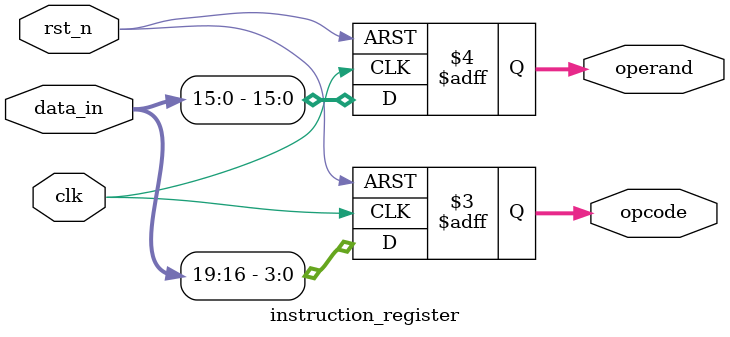
<source format=v>

module instruction_register (
    input               clk,
    input               rst_n,
    input  signed [19:0] data_in,
    output reg [3:0]     opcode,
    output reg signed [15:0] operand
);
    always @(posedge clk or negedge rst_n) begin
        if (!rst_n) begin
            opcode  <= 4'd0;
            operand <= 16'sd0;
        end else begin
            opcode  <= data_in[19:16];
            operand <= data_in[15:0];
        end
    end
endmodule

</source>
